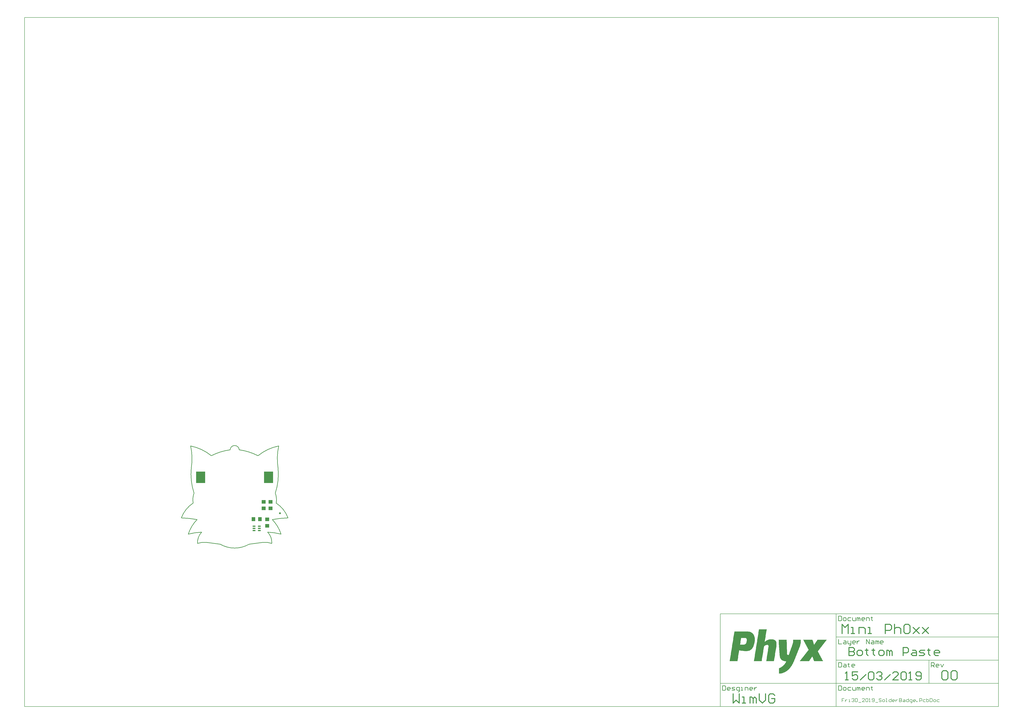
<source format=gbp>
G04*
G04 #@! TF.GenerationSoftware,Altium Limited,Altium Designer,18.1.9 (240)*
G04*
G04 Layer_Color=128*
%FSLAX25Y25*%
%MOIN*%
G70*
G01*
G75*
%ADD10C,0.00787*%
%ADD16C,0.00984*%
%ADD17C,0.01575*%
%ADD33R,0.07087X0.06299*%
%ADD34R,0.06299X0.07087*%
%ADD35R,0.04528X0.02362*%
%ADD36C,0.03150*%
%ADD37R,0.15748X0.19685*%
G36*
X872201Y-141778D02*
X873919D01*
Y-142065D01*
X874778D01*
Y-142351D01*
X875637D01*
Y-142637D01*
X876496D01*
Y-142924D01*
X877069D01*
Y-143210D01*
X877355D01*
Y-143496D01*
X877928D01*
Y-143783D01*
X878214D01*
Y-144069D01*
X878786D01*
Y-144355D01*
X879073D01*
Y-144641D01*
X879359D01*
Y-144928D01*
X879646D01*
Y-145214D01*
X879932D01*
Y-145501D01*
X880218D01*
Y-145787D01*
X880504D01*
Y-146073D01*
Y-146359D01*
X880791D01*
Y-146646D01*
X881077D01*
Y-146932D01*
Y-147218D01*
X881363D01*
Y-147505D01*
X881650D01*
Y-147791D01*
Y-148077D01*
X881936D01*
Y-148364D01*
Y-148650D01*
Y-148936D01*
X882222D01*
Y-149223D01*
Y-149509D01*
Y-149795D01*
X882509D01*
Y-150082D01*
Y-150368D01*
Y-150654D01*
Y-150940D01*
X882795D01*
Y-151227D01*
Y-151513D01*
Y-151799D01*
Y-152086D01*
Y-152372D01*
X883081D01*
Y-152658D01*
Y-152945D01*
Y-153231D01*
Y-153517D01*
Y-153804D01*
Y-154090D01*
Y-154376D01*
Y-154663D01*
Y-154949D01*
Y-155235D01*
Y-155521D01*
Y-155808D01*
Y-156094D01*
Y-156380D01*
Y-156667D01*
Y-156953D01*
Y-157239D01*
Y-157526D01*
Y-157812D01*
Y-158098D01*
X882795D01*
Y-158385D01*
Y-158671D01*
Y-158957D01*
Y-159244D01*
Y-159530D01*
Y-159816D01*
Y-160102D01*
X882509D01*
Y-160389D01*
Y-160675D01*
Y-160961D01*
Y-161248D01*
Y-161534D01*
X882222D01*
Y-161820D01*
Y-162107D01*
Y-162393D01*
Y-162679D01*
Y-162966D01*
X881936D01*
Y-163252D01*
Y-163538D01*
Y-163824D01*
X881650D01*
Y-164111D01*
Y-164397D01*
Y-164683D01*
Y-164970D01*
X881363D01*
Y-165256D01*
Y-165542D01*
Y-165829D01*
X881077D01*
Y-166115D01*
Y-166401D01*
X880791D01*
Y-166688D01*
Y-166974D01*
Y-167260D01*
X880504D01*
Y-167547D01*
Y-167833D01*
X880218D01*
Y-168119D01*
Y-168405D01*
X879932D01*
Y-168692D01*
Y-168978D01*
X879646D01*
Y-169264D01*
X879359D01*
Y-169551D01*
Y-169837D01*
X879073D01*
Y-170123D01*
X878786D01*
Y-170410D01*
X878500D01*
Y-170696D01*
Y-170982D01*
X878214D01*
Y-171269D01*
X877928D01*
Y-171555D01*
X877641D01*
Y-171841D01*
X877355D01*
Y-172127D01*
X877069D01*
Y-172414D01*
X876496D01*
Y-172700D01*
X876210D01*
Y-172986D01*
X875637D01*
Y-173273D01*
X875351D01*
Y-173559D01*
X874778D01*
Y-173845D01*
X873919D01*
Y-174132D01*
X873060D01*
Y-174418D01*
X872201D01*
Y-174704D01*
X870483D01*
Y-174991D01*
X865330D01*
Y-174704D01*
X862753D01*
Y-174418D01*
X860749D01*
Y-174132D01*
X859317D01*
Y-173845D01*
X857886D01*
Y-173559D01*
X856454D01*
Y-173845D01*
Y-174132D01*
Y-174418D01*
Y-174704D01*
Y-174991D01*
Y-175277D01*
Y-175563D01*
X856168D01*
Y-175850D01*
Y-176136D01*
Y-176422D01*
Y-176709D01*
Y-176995D01*
Y-177281D01*
X855882D01*
Y-177568D01*
Y-177854D01*
Y-178140D01*
Y-178426D01*
Y-178713D01*
Y-178999D01*
X855595D01*
Y-179285D01*
Y-179572D01*
Y-179858D01*
Y-180144D01*
Y-180431D01*
Y-180717D01*
Y-181003D01*
X855309D01*
Y-181290D01*
Y-181576D01*
Y-181862D01*
Y-182149D01*
Y-182435D01*
Y-182721D01*
X855023D01*
Y-183007D01*
Y-183294D01*
Y-183580D01*
Y-183866D01*
Y-184153D01*
Y-184439D01*
X854736D01*
Y-184725D01*
Y-185012D01*
Y-185298D01*
Y-185584D01*
Y-185871D01*
Y-186157D01*
Y-186443D01*
X854450D01*
Y-186730D01*
Y-187016D01*
Y-187302D01*
Y-187588D01*
Y-187875D01*
Y-188161D01*
X854164D01*
Y-188447D01*
Y-188734D01*
Y-189020D01*
Y-189306D01*
Y-189593D01*
Y-189879D01*
X853877D01*
Y-190165D01*
Y-190452D01*
Y-190738D01*
Y-191024D01*
Y-191311D01*
Y-191597D01*
Y-191883D01*
X840421D01*
Y-191597D01*
X840707D01*
Y-191311D01*
Y-191024D01*
Y-190738D01*
Y-190452D01*
Y-190165D01*
X840993D01*
Y-189879D01*
Y-189593D01*
Y-189306D01*
Y-189020D01*
Y-188734D01*
Y-188447D01*
Y-188161D01*
X841280D01*
Y-187875D01*
Y-187588D01*
Y-187302D01*
Y-187016D01*
Y-186730D01*
Y-186443D01*
X841566D01*
Y-186157D01*
Y-185871D01*
Y-185584D01*
Y-185298D01*
Y-185012D01*
Y-184725D01*
X841852D01*
Y-184439D01*
Y-184153D01*
Y-183866D01*
Y-183580D01*
Y-183294D01*
Y-183007D01*
Y-182721D01*
X842138D01*
Y-182435D01*
Y-182149D01*
Y-181862D01*
Y-181576D01*
Y-181290D01*
Y-181003D01*
X842425D01*
Y-180717D01*
Y-180431D01*
Y-180144D01*
Y-179858D01*
Y-179572D01*
Y-179285D01*
X842711D01*
Y-178999D01*
Y-178713D01*
Y-178426D01*
Y-178140D01*
Y-177854D01*
Y-177568D01*
X842997D01*
Y-177281D01*
Y-176995D01*
Y-176709D01*
Y-176422D01*
Y-176136D01*
Y-175850D01*
Y-175563D01*
X843284D01*
Y-175277D01*
Y-174991D01*
Y-174704D01*
Y-174418D01*
Y-174132D01*
Y-173845D01*
X843570D01*
Y-173559D01*
Y-173273D01*
Y-172986D01*
Y-172700D01*
Y-172414D01*
Y-172127D01*
X843856D01*
Y-171841D01*
Y-171555D01*
Y-171269D01*
Y-170982D01*
Y-170696D01*
Y-170410D01*
X844143D01*
Y-170123D01*
Y-169837D01*
Y-169551D01*
Y-169264D01*
Y-168978D01*
Y-168692D01*
Y-168405D01*
X844429D01*
Y-168119D01*
Y-167833D01*
Y-167547D01*
Y-167260D01*
Y-166974D01*
Y-166688D01*
X844715D01*
Y-166401D01*
Y-166115D01*
Y-165829D01*
Y-165542D01*
Y-165256D01*
Y-164970D01*
X845002D01*
Y-164683D01*
Y-164397D01*
Y-164111D01*
Y-163824D01*
Y-163538D01*
Y-163252D01*
Y-162966D01*
X845288D01*
Y-162679D01*
Y-162393D01*
Y-162107D01*
Y-161820D01*
Y-161534D01*
Y-161248D01*
X845574D01*
Y-160961D01*
Y-160675D01*
Y-160389D01*
Y-160102D01*
Y-159816D01*
Y-159530D01*
X845861D01*
Y-159244D01*
Y-158957D01*
Y-158671D01*
Y-158385D01*
Y-158098D01*
Y-157812D01*
X846147D01*
Y-157526D01*
Y-157239D01*
Y-156953D01*
Y-156667D01*
Y-156380D01*
Y-156094D01*
Y-155808D01*
X846433D01*
Y-155521D01*
Y-155235D01*
Y-154949D01*
Y-154663D01*
Y-154376D01*
Y-154090D01*
X846719D01*
Y-153804D01*
Y-153517D01*
Y-153231D01*
Y-152945D01*
Y-152658D01*
Y-152372D01*
X847006D01*
Y-152086D01*
Y-151799D01*
Y-151513D01*
Y-151227D01*
Y-150940D01*
Y-150654D01*
Y-150368D01*
X847292D01*
Y-150082D01*
Y-149795D01*
Y-149509D01*
Y-149223D01*
Y-148936D01*
Y-148650D01*
X847578D01*
Y-148364D01*
Y-148077D01*
Y-147791D01*
Y-147505D01*
Y-147218D01*
Y-146932D01*
X847865D01*
Y-146646D01*
Y-146359D01*
Y-146073D01*
Y-145787D01*
Y-145501D01*
Y-145214D01*
Y-144928D01*
X848151D01*
Y-144641D01*
Y-144355D01*
Y-144069D01*
Y-143783D01*
Y-143496D01*
Y-143210D01*
X848437D01*
Y-142924D01*
Y-142637D01*
Y-142351D01*
Y-142065D01*
Y-141778D01*
Y-141492D01*
X872201D01*
Y-141778D01*
D02*
G37*
G36*
X903409Y-138343D02*
Y-138629D01*
X903123D01*
Y-138915D01*
Y-139202D01*
Y-139488D01*
Y-139774D01*
Y-140060D01*
Y-140347D01*
X902837D01*
Y-140633D01*
Y-140919D01*
Y-141206D01*
Y-141492D01*
Y-141778D01*
Y-142065D01*
X902551D01*
Y-142351D01*
Y-142637D01*
Y-142924D01*
Y-143210D01*
Y-143496D01*
Y-143783D01*
Y-144069D01*
X902264D01*
Y-144355D01*
Y-144641D01*
Y-144928D01*
Y-145214D01*
Y-145501D01*
Y-145787D01*
X901978D01*
Y-146073D01*
Y-146359D01*
Y-146646D01*
Y-146932D01*
Y-147218D01*
Y-147505D01*
X901692D01*
Y-147791D01*
Y-148077D01*
Y-148364D01*
Y-148650D01*
Y-148936D01*
Y-149223D01*
Y-149509D01*
X901405D01*
Y-149795D01*
Y-150082D01*
Y-150368D01*
Y-150654D01*
Y-150940D01*
Y-151227D01*
X901119D01*
Y-151513D01*
Y-151799D01*
Y-152086D01*
Y-152372D01*
Y-152658D01*
Y-152945D01*
X900833D01*
Y-153231D01*
Y-153517D01*
Y-153804D01*
Y-154090D01*
Y-154376D01*
Y-154663D01*
X900546D01*
Y-154949D01*
Y-155235D01*
Y-155521D01*
Y-155808D01*
Y-156094D01*
Y-156380D01*
Y-156667D01*
X900260D01*
Y-156953D01*
Y-157239D01*
Y-157526D01*
Y-157812D01*
Y-158098D01*
Y-158385D01*
X899974D01*
Y-158671D01*
Y-158957D01*
X900546D01*
Y-158671D01*
X900833D01*
Y-158385D01*
X901119D01*
Y-158098D01*
X901692D01*
Y-157812D01*
X901978D01*
Y-157526D01*
X902264D01*
Y-157239D01*
X902837D01*
Y-156953D01*
X903409D01*
Y-156667D01*
X903696D01*
Y-156380D01*
X904268D01*
Y-156094D01*
X905127D01*
Y-155808D01*
X905700D01*
Y-155521D01*
X906559D01*
Y-155235D01*
X907990D01*
Y-154949D01*
X914289D01*
Y-155235D01*
X915435D01*
Y-155521D01*
X916294D01*
Y-155808D01*
X916866D01*
Y-156094D01*
X917153D01*
Y-156380D01*
X917725D01*
Y-156667D01*
X918011D01*
Y-156953D01*
X918298D01*
Y-157239D01*
X918584D01*
Y-157526D01*
X918870D01*
Y-157812D01*
Y-158098D01*
X919157D01*
Y-158385D01*
Y-158671D01*
X919443D01*
Y-158957D01*
Y-159244D01*
Y-159530D01*
X919729D01*
Y-159816D01*
Y-160102D01*
Y-160389D01*
Y-160675D01*
X920016D01*
Y-160961D01*
Y-161248D01*
Y-161534D01*
Y-161820D01*
Y-162107D01*
Y-162393D01*
Y-162679D01*
Y-162966D01*
Y-163252D01*
Y-163538D01*
Y-163824D01*
Y-164111D01*
Y-164397D01*
Y-164683D01*
Y-164970D01*
Y-165256D01*
Y-165542D01*
Y-165829D01*
X919729D01*
Y-166115D01*
Y-166401D01*
Y-166688D01*
Y-166974D01*
Y-167260D01*
Y-167547D01*
Y-167833D01*
X919443D01*
Y-168119D01*
Y-168405D01*
Y-168692D01*
Y-168978D01*
Y-169264D01*
Y-169551D01*
Y-169837D01*
X919157D01*
Y-170123D01*
Y-170410D01*
Y-170696D01*
Y-170982D01*
Y-171269D01*
Y-171555D01*
X918870D01*
Y-171841D01*
Y-172127D01*
Y-172414D01*
Y-172700D01*
Y-172986D01*
Y-173273D01*
X918584D01*
Y-173559D01*
Y-173845D01*
Y-174132D01*
Y-174418D01*
Y-174704D01*
Y-174991D01*
X918298D01*
Y-175277D01*
Y-175563D01*
Y-175850D01*
Y-176136D01*
Y-176422D01*
Y-176709D01*
Y-176995D01*
X918011D01*
Y-177281D01*
Y-177568D01*
Y-177854D01*
Y-178140D01*
Y-178426D01*
Y-178713D01*
X917725D01*
Y-178999D01*
Y-179285D01*
Y-179572D01*
Y-179858D01*
Y-180144D01*
Y-180431D01*
X917439D01*
Y-180717D01*
Y-181003D01*
Y-181290D01*
Y-181576D01*
Y-181862D01*
Y-182149D01*
Y-182435D01*
X917153D01*
Y-182721D01*
Y-183007D01*
Y-183294D01*
Y-183580D01*
Y-183866D01*
Y-184153D01*
X916866D01*
Y-184439D01*
Y-184725D01*
Y-185012D01*
Y-185298D01*
Y-185584D01*
Y-185871D01*
X916580D01*
Y-186157D01*
Y-186443D01*
Y-186730D01*
Y-187016D01*
Y-187302D01*
Y-187588D01*
X916294D01*
Y-187875D01*
Y-188161D01*
Y-188447D01*
Y-188734D01*
Y-189020D01*
Y-189306D01*
Y-189593D01*
X916007D01*
Y-189879D01*
Y-190165D01*
Y-190452D01*
Y-190738D01*
Y-191024D01*
Y-191311D01*
X915721D01*
Y-191597D01*
Y-191883D01*
X902551D01*
Y-191597D01*
Y-191311D01*
X902837D01*
Y-191024D01*
Y-190738D01*
Y-190452D01*
Y-190165D01*
Y-189879D01*
Y-189593D01*
X903123D01*
Y-189306D01*
Y-189020D01*
Y-188734D01*
Y-188447D01*
Y-188161D01*
Y-187875D01*
Y-187588D01*
X903409D01*
Y-187302D01*
Y-187016D01*
Y-186730D01*
Y-186443D01*
Y-186157D01*
Y-185871D01*
X903696D01*
Y-185584D01*
Y-185298D01*
Y-185012D01*
Y-184725D01*
Y-184439D01*
Y-184153D01*
X903982D01*
Y-183866D01*
Y-183580D01*
Y-183294D01*
Y-183007D01*
Y-182721D01*
Y-182435D01*
Y-182149D01*
X904268D01*
Y-181862D01*
Y-181576D01*
Y-181290D01*
Y-181003D01*
Y-180717D01*
Y-180431D01*
X904555D01*
Y-180144D01*
Y-179858D01*
Y-179572D01*
Y-179285D01*
Y-178999D01*
Y-178713D01*
Y-178426D01*
X904841D01*
Y-178140D01*
Y-177854D01*
Y-177568D01*
Y-177281D01*
Y-176995D01*
Y-176709D01*
X905127D01*
Y-176422D01*
Y-176136D01*
Y-175850D01*
Y-175563D01*
Y-175277D01*
Y-174991D01*
X905414D01*
Y-174704D01*
Y-174418D01*
Y-174132D01*
Y-173845D01*
Y-173559D01*
Y-173273D01*
X905700D01*
Y-172986D01*
Y-172700D01*
Y-172414D01*
Y-172127D01*
Y-171841D01*
Y-171555D01*
Y-171269D01*
X905986D01*
Y-170982D01*
Y-170696D01*
Y-170410D01*
Y-170123D01*
Y-169837D01*
Y-169551D01*
X906273D01*
Y-169264D01*
Y-168978D01*
Y-168692D01*
Y-168405D01*
Y-168119D01*
Y-167833D01*
Y-167547D01*
X906559D01*
Y-167260D01*
Y-166974D01*
Y-166688D01*
Y-166401D01*
Y-166115D01*
Y-165829D01*
X906273D01*
Y-165542D01*
Y-165256D01*
X905986D01*
Y-164970D01*
X905700D01*
Y-164683D01*
X905127D01*
Y-164397D01*
X903409D01*
Y-164683D01*
X901978D01*
Y-164970D01*
X901119D01*
Y-165256D01*
X900546D01*
Y-165542D01*
X900260D01*
Y-165829D01*
X899687D01*
Y-166115D01*
X899401D01*
Y-166401D01*
X899115D01*
Y-166688D01*
Y-166974D01*
X898828D01*
Y-167260D01*
Y-167547D01*
Y-167833D01*
X898542D01*
Y-168119D01*
Y-168405D01*
Y-168692D01*
Y-168978D01*
Y-169264D01*
Y-169551D01*
X898256D01*
Y-169837D01*
Y-170123D01*
Y-170410D01*
Y-170696D01*
Y-170982D01*
Y-171269D01*
Y-171555D01*
X897970D01*
Y-171841D01*
Y-172127D01*
Y-172414D01*
Y-172700D01*
Y-172986D01*
Y-173273D01*
X897683D01*
Y-173559D01*
Y-173845D01*
Y-174132D01*
Y-174418D01*
Y-174704D01*
Y-174991D01*
X897397D01*
Y-175277D01*
Y-175563D01*
Y-175850D01*
Y-176136D01*
Y-176422D01*
Y-176709D01*
X897111D01*
Y-176995D01*
Y-177281D01*
Y-177568D01*
Y-177854D01*
Y-178140D01*
Y-178426D01*
Y-178713D01*
X896824D01*
Y-178999D01*
Y-179285D01*
Y-179572D01*
Y-179858D01*
Y-180144D01*
Y-180431D01*
X896538D01*
Y-180717D01*
Y-181003D01*
Y-181290D01*
Y-181576D01*
Y-181862D01*
Y-182149D01*
X896252D01*
Y-182435D01*
Y-182721D01*
Y-183007D01*
Y-183294D01*
Y-183580D01*
Y-183866D01*
Y-184153D01*
X895965D01*
Y-184439D01*
Y-184725D01*
Y-185012D01*
Y-185298D01*
Y-185584D01*
Y-185871D01*
X895679D01*
Y-186157D01*
Y-186443D01*
Y-186730D01*
Y-187016D01*
Y-187302D01*
Y-187588D01*
X895393D01*
Y-187875D01*
Y-188161D01*
Y-188447D01*
Y-188734D01*
Y-189020D01*
Y-189306D01*
X895106D01*
Y-189593D01*
Y-189879D01*
Y-190165D01*
Y-190452D01*
Y-190738D01*
Y-191024D01*
Y-191311D01*
X894820D01*
Y-191597D01*
Y-191883D01*
X881650D01*
Y-191597D01*
Y-191311D01*
X881936D01*
Y-191024D01*
Y-190738D01*
Y-190452D01*
Y-190165D01*
Y-189879D01*
Y-189593D01*
Y-189306D01*
X882222D01*
Y-189020D01*
Y-188734D01*
Y-188447D01*
Y-188161D01*
Y-187875D01*
Y-187588D01*
X882509D01*
Y-187302D01*
Y-187016D01*
Y-186730D01*
Y-186443D01*
Y-186157D01*
Y-185871D01*
X882795D01*
Y-185584D01*
Y-185298D01*
Y-185012D01*
Y-184725D01*
Y-184439D01*
Y-184153D01*
Y-183866D01*
X883081D01*
Y-183580D01*
Y-183294D01*
Y-183007D01*
Y-182721D01*
Y-182435D01*
Y-182149D01*
X883368D01*
Y-181862D01*
Y-181576D01*
Y-181290D01*
Y-181003D01*
Y-180717D01*
Y-180431D01*
X883654D01*
Y-180144D01*
Y-179858D01*
Y-179572D01*
Y-179285D01*
Y-178999D01*
Y-178713D01*
X883940D01*
Y-178426D01*
Y-178140D01*
Y-177854D01*
Y-177568D01*
Y-177281D01*
Y-176995D01*
Y-176709D01*
X884227D01*
Y-176422D01*
Y-176136D01*
Y-175850D01*
Y-175563D01*
Y-175277D01*
Y-174991D01*
X884513D01*
Y-174704D01*
Y-174418D01*
Y-174132D01*
Y-173845D01*
Y-173559D01*
Y-173273D01*
X884799D01*
Y-172986D01*
Y-172700D01*
Y-172414D01*
Y-172127D01*
Y-171841D01*
Y-171555D01*
Y-171269D01*
X885085D01*
Y-170982D01*
Y-170696D01*
Y-170410D01*
Y-170123D01*
Y-169837D01*
Y-169551D01*
X885372D01*
Y-169264D01*
Y-168978D01*
Y-168692D01*
Y-168405D01*
Y-168119D01*
Y-167833D01*
X885658D01*
Y-167547D01*
Y-167260D01*
Y-166974D01*
Y-166688D01*
Y-166401D01*
Y-166115D01*
X885944D01*
Y-165829D01*
Y-165542D01*
Y-165256D01*
Y-164970D01*
Y-164683D01*
Y-164397D01*
Y-164111D01*
X886231D01*
Y-163824D01*
Y-163538D01*
Y-163252D01*
Y-162966D01*
Y-162679D01*
Y-162393D01*
X886517D01*
Y-162107D01*
Y-161820D01*
Y-161534D01*
Y-161248D01*
Y-160961D01*
Y-160675D01*
X886803D01*
Y-160389D01*
Y-160102D01*
Y-159816D01*
Y-159530D01*
Y-159244D01*
Y-158957D01*
X887090D01*
Y-158671D01*
Y-158385D01*
Y-158098D01*
Y-157812D01*
Y-157526D01*
Y-157239D01*
Y-156953D01*
X887376D01*
Y-156667D01*
Y-156380D01*
Y-156094D01*
Y-155808D01*
Y-155521D01*
Y-155235D01*
X887662D01*
Y-154949D01*
Y-154663D01*
Y-154376D01*
Y-154090D01*
Y-153804D01*
Y-153517D01*
X887949D01*
Y-153231D01*
Y-152945D01*
Y-152658D01*
Y-152372D01*
Y-152086D01*
Y-151799D01*
Y-151513D01*
X888235D01*
Y-151227D01*
Y-150940D01*
Y-150654D01*
Y-150368D01*
Y-150082D01*
Y-149795D01*
X888521D01*
Y-149509D01*
Y-149223D01*
Y-148936D01*
Y-148650D01*
Y-148364D01*
Y-148077D01*
X888807D01*
Y-147791D01*
Y-147505D01*
Y-147218D01*
Y-146932D01*
Y-146646D01*
Y-146359D01*
X889094D01*
Y-146073D01*
Y-145787D01*
Y-145501D01*
Y-145214D01*
Y-144928D01*
Y-144641D01*
Y-144355D01*
X889380D01*
Y-144069D01*
Y-143783D01*
Y-143496D01*
Y-143210D01*
Y-142924D01*
Y-142637D01*
X889666D01*
Y-142351D01*
Y-142065D01*
Y-141778D01*
Y-141492D01*
Y-141206D01*
Y-140919D01*
X889953D01*
Y-140633D01*
Y-140347D01*
Y-140060D01*
Y-139774D01*
Y-139488D01*
Y-139202D01*
Y-138915D01*
X890239D01*
Y-138629D01*
Y-138343D01*
Y-138056D01*
X903409D01*
Y-138343D01*
D02*
G37*
G36*
X1005337Y-155808D02*
X1005050D01*
Y-156094D01*
X1004764D01*
Y-156380D01*
Y-156667D01*
X1004478D01*
Y-156953D01*
X1004192D01*
Y-157239D01*
X1003905D01*
Y-157526D01*
Y-157812D01*
X1003619D01*
Y-158098D01*
X1003333D01*
Y-158385D01*
X1003046D01*
Y-158671D01*
X1002760D01*
Y-158957D01*
Y-159244D01*
X1002474D01*
Y-159530D01*
X1002187D01*
Y-159816D01*
X1001901D01*
Y-160102D01*
Y-160389D01*
X1001615D01*
Y-160675D01*
X1001328D01*
Y-160961D01*
X1001042D01*
Y-161248D01*
X1000756D01*
Y-161534D01*
Y-161820D01*
X1000469D01*
Y-162107D01*
X1000183D01*
Y-162393D01*
X999897D01*
Y-162679D01*
Y-162966D01*
X999611D01*
Y-163252D01*
X999324D01*
Y-163538D01*
X999038D01*
Y-163824D01*
Y-164111D01*
X998752D01*
Y-164397D01*
X998465D01*
Y-164683D01*
X998179D01*
Y-164970D01*
X997893D01*
Y-165256D01*
Y-165542D01*
X997606D01*
Y-165829D01*
X997320D01*
Y-166115D01*
X997034D01*
Y-166401D01*
Y-166688D01*
X996747D01*
Y-166974D01*
X996461D01*
Y-167260D01*
X996175D01*
Y-167547D01*
Y-167833D01*
X995889D01*
Y-168119D01*
X995602D01*
Y-168405D01*
X995316D01*
Y-168692D01*
X995030D01*
Y-168978D01*
Y-169264D01*
X994743D01*
Y-169551D01*
X994457D01*
Y-169837D01*
X994171D01*
Y-170123D01*
Y-170410D01*
X993884D01*
Y-170696D01*
X993598D01*
Y-170982D01*
X993312D01*
Y-171269D01*
Y-171555D01*
X993025D01*
Y-171841D01*
X992739D01*
Y-172127D01*
X992453D01*
Y-172414D01*
X992166D01*
Y-172700D01*
Y-172986D01*
X991880D01*
Y-173273D01*
X991594D01*
Y-173559D01*
X991308D01*
Y-173845D01*
Y-174132D01*
X991021D01*
Y-174418D01*
X990735D01*
Y-174704D01*
X990449D01*
Y-174991D01*
X990162D01*
Y-175277D01*
Y-175563D01*
X990449D01*
Y-175850D01*
Y-176136D01*
X990735D01*
Y-176422D01*
Y-176709D01*
X991021D01*
Y-176995D01*
X991308D01*
Y-177281D01*
Y-177568D01*
X991594D01*
Y-177854D01*
Y-178140D01*
X991880D01*
Y-178426D01*
Y-178713D01*
X992166D01*
Y-178999D01*
Y-179285D01*
X992453D01*
Y-179572D01*
Y-179858D01*
X992739D01*
Y-180144D01*
Y-180431D01*
X993025D01*
Y-180717D01*
Y-181003D01*
X993312D01*
Y-181290D01*
Y-181576D01*
X993598D01*
Y-181862D01*
X993884D01*
Y-182149D01*
Y-182435D01*
X994171D01*
Y-182721D01*
Y-183007D01*
X994457D01*
Y-183294D01*
Y-183580D01*
X994743D01*
Y-183866D01*
Y-184153D01*
X995030D01*
Y-184439D01*
Y-184725D01*
X995316D01*
Y-185012D01*
Y-185298D01*
X995602D01*
Y-185584D01*
Y-185871D01*
X995889D01*
Y-186157D01*
X996175D01*
Y-186443D01*
Y-186730D01*
X996461D01*
Y-187016D01*
Y-187302D01*
X996747D01*
Y-187588D01*
Y-187875D01*
X997034D01*
Y-188161D01*
Y-188447D01*
X997320D01*
Y-188734D01*
Y-189020D01*
X997606D01*
Y-189306D01*
Y-189593D01*
X997893D01*
Y-189879D01*
Y-190165D01*
X998179D01*
Y-190452D01*
X998465D01*
Y-190738D01*
Y-191024D01*
X998752D01*
Y-191311D01*
Y-191597D01*
X999038D01*
Y-191883D01*
X983863D01*
Y-191597D01*
X983577D01*
Y-191311D01*
Y-191024D01*
Y-190738D01*
X983291D01*
Y-190452D01*
Y-190165D01*
Y-189879D01*
X983004D01*
Y-189593D01*
Y-189306D01*
X982718D01*
Y-189020D01*
Y-188734D01*
Y-188447D01*
X982432D01*
Y-188161D01*
Y-187875D01*
Y-187588D01*
X982146D01*
Y-187302D01*
Y-187016D01*
X981859D01*
Y-186730D01*
Y-186443D01*
Y-186157D01*
X981573D01*
Y-185871D01*
Y-185584D01*
Y-185298D01*
X981287D01*
Y-185012D01*
Y-184725D01*
Y-184439D01*
X981000D01*
Y-184153D01*
X980428D01*
Y-184439D01*
Y-184725D01*
X980141D01*
Y-185012D01*
X979855D01*
Y-185298D01*
Y-185584D01*
X979569D01*
Y-185871D01*
X979282D01*
Y-186157D01*
Y-186443D01*
X978996D01*
Y-186730D01*
X978710D01*
Y-187016D01*
Y-187302D01*
X978423D01*
Y-187588D01*
X978137D01*
Y-187875D01*
X977851D01*
Y-188161D01*
Y-188447D01*
X977565D01*
Y-188734D01*
X977278D01*
Y-189020D01*
Y-189306D01*
X976992D01*
Y-189593D01*
X976705D01*
Y-189879D01*
Y-190165D01*
X976419D01*
Y-190452D01*
X976133D01*
Y-190738D01*
Y-191024D01*
X975847D01*
Y-191311D01*
X975560D01*
Y-191597D01*
Y-191883D01*
X959527D01*
Y-191597D01*
X959813D01*
Y-191311D01*
X960099D01*
Y-191024D01*
X960386D01*
Y-190738D01*
X960672D01*
Y-190452D01*
Y-190165D01*
X960958D01*
Y-189879D01*
X961245D01*
Y-189593D01*
X961531D01*
Y-189306D01*
X961817D01*
Y-189020D01*
Y-188734D01*
X962104D01*
Y-188447D01*
X962390D01*
Y-188161D01*
X962676D01*
Y-187875D01*
Y-187588D01*
X962963D01*
Y-187302D01*
X963249D01*
Y-187016D01*
X963535D01*
Y-186730D01*
X963822D01*
Y-186443D01*
Y-186157D01*
X964108D01*
Y-185871D01*
X964394D01*
Y-185584D01*
X964680D01*
Y-185298D01*
X964967D01*
Y-185012D01*
Y-184725D01*
X965253D01*
Y-184439D01*
X965539D01*
Y-184153D01*
X965826D01*
Y-183866D01*
Y-183580D01*
X966112D01*
Y-183294D01*
X966398D01*
Y-183007D01*
X966685D01*
Y-182721D01*
X966971D01*
Y-182435D01*
Y-182149D01*
X967257D01*
Y-181862D01*
X967544D01*
Y-181576D01*
X967830D01*
Y-181290D01*
Y-181003D01*
X968116D01*
Y-180717D01*
X968402D01*
Y-180431D01*
X968689D01*
Y-180144D01*
X968975D01*
Y-179858D01*
Y-179572D01*
X969261D01*
Y-179285D01*
X969548D01*
Y-178999D01*
X969834D01*
Y-178713D01*
Y-178426D01*
X970120D01*
Y-178140D01*
X970407D01*
Y-177854D01*
X970693D01*
Y-177568D01*
X970979D01*
Y-177281D01*
Y-176995D01*
X971266D01*
Y-176709D01*
X971552D01*
Y-176422D01*
X971838D01*
Y-176136D01*
X972124D01*
Y-175850D01*
Y-175563D01*
X972411D01*
Y-175277D01*
X972697D01*
Y-174991D01*
X972983D01*
Y-174704D01*
Y-174418D01*
X973270D01*
Y-174132D01*
X973556D01*
Y-173845D01*
X973842D01*
Y-173559D01*
X974129D01*
Y-173273D01*
Y-172986D01*
X974415D01*
Y-172700D01*
Y-172414D01*
Y-172127D01*
X974129D01*
Y-171841D01*
X973842D01*
Y-171555D01*
Y-171269D01*
X973556D01*
Y-170982D01*
Y-170696D01*
X973270D01*
Y-170410D01*
Y-170123D01*
X972983D01*
Y-169837D01*
Y-169551D01*
X972697D01*
Y-169264D01*
Y-168978D01*
X972411D01*
Y-168692D01*
Y-168405D01*
X972124D01*
Y-168119D01*
X971838D01*
Y-167833D01*
Y-167547D01*
X971552D01*
Y-167260D01*
Y-166974D01*
X971266D01*
Y-166688D01*
Y-166401D01*
X970979D01*
Y-166115D01*
Y-165829D01*
X970693D01*
Y-165542D01*
Y-165256D01*
X970407D01*
Y-164970D01*
Y-164683D01*
X970120D01*
Y-164397D01*
X969834D01*
Y-164111D01*
Y-163824D01*
X969548D01*
Y-163538D01*
Y-163252D01*
X969261D01*
Y-162966D01*
Y-162679D01*
X968975D01*
Y-162393D01*
Y-162107D01*
X968689D01*
Y-161820D01*
Y-161534D01*
X968402D01*
Y-161248D01*
Y-160961D01*
X968116D01*
Y-160675D01*
Y-160389D01*
X967830D01*
Y-160102D01*
X967544D01*
Y-159816D01*
Y-159530D01*
X967257D01*
Y-159244D01*
Y-158957D01*
X966971D01*
Y-158671D01*
Y-158385D01*
X966685D01*
Y-158098D01*
Y-157812D01*
X966398D01*
Y-157526D01*
Y-157239D01*
X966112D01*
Y-156953D01*
Y-156667D01*
X965826D01*
Y-156380D01*
X965539D01*
Y-156094D01*
Y-155808D01*
X965253D01*
Y-155521D01*
X981000D01*
Y-155808D01*
X981287D01*
Y-156094D01*
Y-156380D01*
Y-156667D01*
X981573D01*
Y-156953D01*
Y-157239D01*
Y-157526D01*
X981859D01*
Y-157812D01*
Y-158098D01*
Y-158385D01*
X982146D01*
Y-158671D01*
Y-158957D01*
Y-159244D01*
X982432D01*
Y-159530D01*
Y-159816D01*
Y-160102D01*
X982718D01*
Y-160389D01*
Y-160675D01*
Y-160961D01*
X983004D01*
Y-161248D01*
Y-161534D01*
Y-161820D01*
X983291D01*
Y-162107D01*
Y-162393D01*
Y-162679D01*
X983577D01*
Y-162966D01*
Y-163252D01*
Y-163538D01*
Y-163824D01*
X984150D01*
Y-163538D01*
X984436D01*
Y-163252D01*
X984722D01*
Y-162966D01*
Y-162679D01*
X985009D01*
Y-162393D01*
X985295D01*
Y-162107D01*
Y-161820D01*
X985581D01*
Y-161534D01*
X985868D01*
Y-161248D01*
Y-160961D01*
X986154D01*
Y-160675D01*
X986440D01*
Y-160389D01*
Y-160102D01*
X986726D01*
Y-159816D01*
X987013D01*
Y-159530D01*
Y-159244D01*
X987299D01*
Y-158957D01*
X987585D01*
Y-158671D01*
Y-158385D01*
X987872D01*
Y-158098D01*
X988158D01*
Y-157812D01*
Y-157526D01*
X988444D01*
Y-157239D01*
X988731D01*
Y-156953D01*
Y-156667D01*
X989017D01*
Y-156380D01*
X989303D01*
Y-156094D01*
Y-155808D01*
X989590D01*
Y-155521D01*
X1005337D01*
Y-155808D01*
D02*
G37*
G36*
X961245D02*
Y-156094D01*
Y-156380D01*
Y-156667D01*
Y-156953D01*
Y-157239D01*
Y-157526D01*
Y-157812D01*
Y-158098D01*
Y-158385D01*
Y-158671D01*
Y-158957D01*
Y-159244D01*
Y-159530D01*
Y-159816D01*
Y-160102D01*
Y-160389D01*
Y-160675D01*
Y-160961D01*
Y-161248D01*
Y-161534D01*
X960958D01*
Y-161820D01*
Y-162107D01*
Y-162393D01*
Y-162679D01*
Y-162966D01*
X960672D01*
Y-163252D01*
Y-163538D01*
Y-163824D01*
Y-164111D01*
X960386D01*
Y-164397D01*
Y-164683D01*
Y-164970D01*
Y-165256D01*
X960099D01*
Y-165542D01*
Y-165829D01*
Y-166115D01*
X959813D01*
Y-166401D01*
Y-166688D01*
Y-166974D01*
X959527D01*
Y-167260D01*
Y-167547D01*
Y-167833D01*
X959241D01*
Y-168119D01*
Y-168405D01*
Y-168692D01*
X958954D01*
Y-168978D01*
Y-169264D01*
X958668D01*
Y-169551D01*
Y-169837D01*
X958381D01*
Y-170123D01*
Y-170410D01*
Y-170696D01*
X958095D01*
Y-170982D01*
Y-171269D01*
X957809D01*
Y-171555D01*
Y-171841D01*
Y-172127D01*
X957523D01*
Y-172414D01*
Y-172700D01*
X957236D01*
Y-172986D01*
Y-173273D01*
Y-173559D01*
X956950D01*
Y-173845D01*
Y-174132D01*
X956664D01*
Y-174418D01*
Y-174704D01*
Y-174991D01*
X956377D01*
Y-175277D01*
Y-175563D01*
X956091D01*
Y-175850D01*
Y-176136D01*
Y-176422D01*
X955805D01*
Y-176709D01*
Y-176995D01*
X955518D01*
Y-177281D01*
Y-177568D01*
Y-177854D01*
X955232D01*
Y-178140D01*
Y-178426D01*
X954946D01*
Y-178713D01*
Y-178999D01*
Y-179285D01*
X954659D01*
Y-179572D01*
Y-179858D01*
X954373D01*
Y-180144D01*
Y-180431D01*
Y-180717D01*
X954087D01*
Y-181003D01*
Y-181290D01*
X953800D01*
Y-181576D01*
Y-181862D01*
Y-182149D01*
X953514D01*
Y-182435D01*
Y-182721D01*
X953228D01*
Y-183007D01*
Y-183294D01*
Y-183580D01*
X952942D01*
Y-183866D01*
Y-184153D01*
X952655D01*
Y-184439D01*
Y-184725D01*
Y-185012D01*
X952369D01*
Y-185298D01*
Y-185584D01*
X952083D01*
Y-185871D01*
Y-186157D01*
Y-186443D01*
X951796D01*
Y-186730D01*
Y-187016D01*
X951510D01*
Y-187302D01*
Y-187588D01*
Y-187875D01*
X951224D01*
Y-188161D01*
Y-188447D01*
X950937D01*
Y-188734D01*
Y-189020D01*
Y-189306D01*
X950651D01*
Y-189593D01*
Y-189879D01*
X950365D01*
Y-190165D01*
Y-190452D01*
Y-190738D01*
X950078D01*
Y-191024D01*
Y-191311D01*
X949792D01*
Y-191597D01*
Y-191883D01*
Y-192169D01*
X949506D01*
Y-192456D01*
Y-192742D01*
X949220D01*
Y-193028D01*
Y-193315D01*
X948933D01*
Y-193601D01*
Y-193887D01*
X948647D01*
Y-194174D01*
Y-194460D01*
Y-194746D01*
X948361D01*
Y-195033D01*
X948074D01*
Y-195319D01*
Y-195605D01*
Y-195891D01*
X947788D01*
Y-196178D01*
X947502D01*
Y-196464D01*
Y-196750D01*
X947215D01*
Y-197037D01*
Y-197323D01*
X946929D01*
Y-197609D01*
Y-197896D01*
X946643D01*
Y-198182D01*
Y-198468D01*
X946356D01*
Y-198755D01*
X946070D01*
Y-199041D01*
Y-199327D01*
X945784D01*
Y-199614D01*
Y-199900D01*
X945497D01*
Y-200186D01*
X945211D01*
Y-200472D01*
X944925D01*
Y-200759D01*
Y-201045D01*
X944639D01*
Y-201331D01*
X944352D01*
Y-201618D01*
Y-201904D01*
X944066D01*
Y-202190D01*
X943780D01*
Y-202477D01*
X943493D01*
Y-202763D01*
Y-203049D01*
X943207D01*
Y-203336D01*
X942921D01*
Y-203622D01*
X942634D01*
Y-203908D01*
X942348D01*
Y-204195D01*
X942062D01*
Y-204481D01*
Y-204767D01*
X941775D01*
Y-205053D01*
X941489D01*
Y-205340D01*
X941203D01*
Y-205626D01*
X940916D01*
Y-205912D01*
X940630D01*
Y-206199D01*
X940344D01*
Y-206485D01*
X940057D01*
Y-206771D01*
X939485D01*
Y-207058D01*
X939199D01*
Y-207344D01*
X938912D01*
Y-207630D01*
X938626D01*
Y-207917D01*
X938340D01*
Y-208203D01*
X937767D01*
Y-208489D01*
X937481D01*
Y-208776D01*
X936908D01*
Y-209062D01*
X936622D01*
Y-209348D01*
X936049D01*
Y-209634D01*
X935763D01*
Y-209921D01*
X935190D01*
Y-210207D01*
X934618D01*
Y-210493D01*
X934045D01*
Y-210780D01*
X933472D01*
Y-211066D01*
X932900D01*
Y-211352D01*
X932041D01*
Y-211639D01*
X931468D01*
Y-211925D01*
X930609D01*
Y-212211D01*
X929464D01*
Y-212498D01*
X928319D01*
Y-212784D01*
X926601D01*
Y-213070D01*
X924597D01*
Y-213357D01*
X924310D01*
Y-213070D01*
Y-212784D01*
Y-212498D01*
Y-212211D01*
Y-211925D01*
Y-211639D01*
Y-211352D01*
Y-211066D01*
Y-210780D01*
Y-210493D01*
Y-210207D01*
Y-209921D01*
Y-209634D01*
Y-209348D01*
Y-209062D01*
Y-208776D01*
Y-208489D01*
Y-208203D01*
Y-207917D01*
Y-207630D01*
Y-207344D01*
Y-207058D01*
Y-206771D01*
Y-206485D01*
Y-206199D01*
Y-205912D01*
Y-205626D01*
Y-205340D01*
Y-205053D01*
Y-204767D01*
Y-204481D01*
Y-204195D01*
Y-203908D01*
X924883D01*
Y-203622D01*
X925455D01*
Y-203336D01*
X926028D01*
Y-203049D01*
X926601D01*
Y-202763D01*
X927173D01*
Y-202477D01*
X927746D01*
Y-202190D01*
X928032D01*
Y-201904D01*
X928605D01*
Y-201618D01*
X928891D01*
Y-201331D01*
X929464D01*
Y-201045D01*
X929750D01*
Y-200759D01*
X930037D01*
Y-200472D01*
X930609D01*
Y-200186D01*
X930896D01*
Y-199900D01*
X931182D01*
Y-199614D01*
X931468D01*
Y-199327D01*
X931754D01*
Y-199041D01*
X932041D01*
Y-198755D01*
X932327D01*
Y-198468D01*
X932613D01*
Y-198182D01*
X932900D01*
Y-197896D01*
X933186D01*
Y-197609D01*
X933472D01*
Y-197323D01*
X933759D01*
Y-197037D01*
Y-196750D01*
X934045D01*
Y-196464D01*
X934331D01*
Y-196178D01*
X934618D01*
Y-195891D01*
Y-195605D01*
X934904D01*
Y-195319D01*
X935190D01*
Y-195033D01*
Y-194746D01*
X935476D01*
Y-194460D01*
Y-194174D01*
X935763D01*
Y-193887D01*
X936049D01*
Y-193601D01*
Y-193315D01*
X936335D01*
Y-193028D01*
Y-192742D01*
X936622D01*
Y-192456D01*
Y-192169D01*
X934904D01*
Y-191883D01*
X932900D01*
Y-191597D01*
X931754D01*
Y-191311D01*
X931182D01*
Y-191024D01*
X930323D01*
Y-190738D01*
X929750D01*
Y-190452D01*
X929464D01*
Y-190165D01*
X928891D01*
Y-189879D01*
X928605D01*
Y-189593D01*
X928319D01*
Y-189306D01*
X928032D01*
Y-189020D01*
X927746D01*
Y-188734D01*
X927460D01*
Y-188447D01*
Y-188161D01*
X927173D01*
Y-187875D01*
X926887D01*
Y-187588D01*
Y-187302D01*
X926601D01*
Y-187016D01*
Y-186730D01*
X926315D01*
Y-186443D01*
Y-186157D01*
X926028D01*
Y-185871D01*
Y-185584D01*
Y-185298D01*
X925742D01*
Y-185012D01*
Y-184725D01*
Y-184439D01*
Y-184153D01*
X925455D01*
Y-183866D01*
Y-183580D01*
Y-183294D01*
Y-183007D01*
Y-182721D01*
Y-182435D01*
Y-182149D01*
X925169D01*
Y-181862D01*
Y-181576D01*
Y-181290D01*
Y-181003D01*
Y-180717D01*
Y-180431D01*
Y-180144D01*
Y-179858D01*
Y-179572D01*
Y-179285D01*
Y-178999D01*
Y-178713D01*
Y-178426D01*
Y-178140D01*
Y-177854D01*
X924883D01*
Y-177568D01*
Y-177281D01*
Y-176995D01*
Y-176709D01*
Y-176422D01*
Y-176136D01*
Y-175850D01*
Y-175563D01*
Y-175277D01*
Y-174991D01*
Y-174704D01*
Y-174418D01*
Y-174132D01*
Y-173845D01*
Y-173559D01*
X924597D01*
Y-173273D01*
Y-172986D01*
Y-172700D01*
Y-172414D01*
Y-172127D01*
Y-171841D01*
Y-171555D01*
Y-171269D01*
Y-170982D01*
Y-170696D01*
Y-170410D01*
Y-170123D01*
Y-169837D01*
Y-169551D01*
Y-169264D01*
Y-168978D01*
X924310D01*
Y-168692D01*
Y-168405D01*
Y-168119D01*
Y-167833D01*
Y-167547D01*
Y-167260D01*
Y-166974D01*
Y-166688D01*
Y-166401D01*
Y-166115D01*
Y-165829D01*
Y-165542D01*
Y-165256D01*
Y-164970D01*
Y-164683D01*
Y-164397D01*
X924024D01*
Y-164111D01*
Y-163824D01*
Y-163538D01*
Y-163252D01*
Y-162966D01*
Y-162679D01*
Y-162393D01*
Y-162107D01*
Y-161820D01*
Y-161534D01*
Y-161248D01*
Y-160961D01*
Y-160675D01*
Y-160389D01*
X923738D01*
Y-160102D01*
Y-159816D01*
Y-159530D01*
Y-159244D01*
Y-158957D01*
Y-158671D01*
Y-158385D01*
Y-158098D01*
Y-157812D01*
Y-157526D01*
Y-157239D01*
Y-156953D01*
Y-156667D01*
Y-156380D01*
Y-156094D01*
Y-155808D01*
X923451D01*
Y-155521D01*
X937194D01*
Y-155808D01*
Y-156094D01*
Y-156380D01*
Y-156667D01*
Y-156953D01*
Y-157239D01*
Y-157526D01*
Y-157812D01*
Y-158098D01*
Y-158385D01*
Y-158671D01*
Y-158957D01*
Y-159244D01*
Y-159530D01*
X937481D01*
Y-159816D01*
Y-160102D01*
Y-160389D01*
Y-160675D01*
Y-160961D01*
Y-161248D01*
Y-161534D01*
Y-161820D01*
Y-162107D01*
Y-162393D01*
Y-162679D01*
Y-162966D01*
Y-163252D01*
Y-163538D01*
Y-163824D01*
Y-164111D01*
Y-164397D01*
Y-164683D01*
Y-164970D01*
Y-165256D01*
Y-165542D01*
Y-165829D01*
Y-166115D01*
Y-166401D01*
Y-166688D01*
Y-166974D01*
Y-167260D01*
Y-167547D01*
Y-167833D01*
Y-168119D01*
Y-168405D01*
Y-168692D01*
Y-168978D01*
Y-169264D01*
Y-169551D01*
Y-169837D01*
Y-170123D01*
Y-170410D01*
Y-170696D01*
Y-170982D01*
Y-171269D01*
X937767D01*
Y-171555D01*
X937481D01*
Y-171841D01*
Y-172127D01*
X937767D01*
Y-172414D01*
Y-172700D01*
Y-172986D01*
Y-173273D01*
Y-173559D01*
Y-173845D01*
Y-174132D01*
Y-174418D01*
Y-174704D01*
Y-174991D01*
Y-175277D01*
Y-175563D01*
Y-175850D01*
Y-176136D01*
Y-176422D01*
Y-176709D01*
Y-176995D01*
Y-177281D01*
Y-177568D01*
Y-177854D01*
Y-178140D01*
Y-178426D01*
Y-178713D01*
Y-178999D01*
Y-179285D01*
Y-179572D01*
X938053D01*
Y-179858D01*
Y-180144D01*
Y-180431D01*
X938340D01*
Y-180717D01*
X938626D01*
Y-181003D01*
X938912D01*
Y-181290D01*
X939771D01*
Y-181576D01*
X940630D01*
Y-181290D01*
X940916D01*
Y-181003D01*
Y-180717D01*
Y-180431D01*
X941203D01*
Y-180144D01*
Y-179858D01*
X941489D01*
Y-179572D01*
Y-179285D01*
Y-178999D01*
X941775D01*
Y-178713D01*
Y-178426D01*
Y-178140D01*
X942062D01*
Y-177854D01*
Y-177568D01*
Y-177281D01*
X942348D01*
Y-176995D01*
Y-176709D01*
Y-176422D01*
X942634D01*
Y-176136D01*
Y-175850D01*
X942921D01*
Y-175563D01*
Y-175277D01*
Y-174991D01*
X943207D01*
Y-174704D01*
Y-174418D01*
Y-174132D01*
X943493D01*
Y-173845D01*
Y-173559D01*
Y-173273D01*
X943780D01*
Y-172986D01*
Y-172700D01*
X944066D01*
Y-172414D01*
Y-172127D01*
Y-171841D01*
X944352D01*
Y-171555D01*
Y-171269D01*
Y-170982D01*
X944639D01*
Y-170696D01*
Y-170410D01*
Y-170123D01*
X944925D01*
Y-169837D01*
Y-169551D01*
X945211D01*
Y-169264D01*
Y-168978D01*
Y-168692D01*
X945497D01*
Y-168405D01*
Y-168119D01*
Y-167833D01*
X945784D01*
Y-167547D01*
Y-167260D01*
Y-166974D01*
X946070D01*
Y-166688D01*
Y-166401D01*
X946356D01*
Y-166115D01*
Y-165829D01*
Y-165542D01*
X946643D01*
Y-165256D01*
Y-164970D01*
Y-164683D01*
X946929D01*
Y-164397D01*
Y-164111D01*
Y-163824D01*
X947215D01*
Y-163538D01*
Y-163252D01*
Y-162966D01*
Y-162679D01*
X947502D01*
Y-162393D01*
Y-162107D01*
Y-161820D01*
Y-161534D01*
X947788D01*
Y-161248D01*
Y-160961D01*
Y-160675D01*
Y-160389D01*
Y-160102D01*
X948074D01*
Y-159816D01*
Y-159530D01*
Y-159244D01*
Y-158957D01*
Y-158671D01*
Y-158385D01*
X948361D01*
Y-158098D01*
Y-157812D01*
Y-157526D01*
Y-157239D01*
Y-156953D01*
Y-156667D01*
Y-156380D01*
Y-156094D01*
Y-155808D01*
Y-155521D01*
X961245D01*
Y-155808D01*
D02*
G37*
%LPC*%
G36*
X867907Y-152658D02*
X859890D01*
Y-152945D01*
Y-153231D01*
Y-153517D01*
Y-153804D01*
Y-154090D01*
X859604D01*
Y-154376D01*
Y-154663D01*
Y-154949D01*
Y-155235D01*
Y-155521D01*
Y-155808D01*
X859317D01*
Y-156094D01*
Y-156380D01*
Y-156667D01*
Y-156953D01*
Y-157239D01*
Y-157526D01*
X859031D01*
Y-157812D01*
Y-158098D01*
Y-158385D01*
Y-158671D01*
Y-158957D01*
Y-159244D01*
X858745D01*
Y-159530D01*
Y-159816D01*
Y-160102D01*
Y-160389D01*
Y-160675D01*
Y-160961D01*
Y-161248D01*
X858458D01*
Y-161534D01*
Y-161820D01*
Y-162107D01*
Y-162393D01*
Y-162679D01*
Y-162966D01*
X858172D01*
Y-163252D01*
Y-163538D01*
Y-163824D01*
X865330D01*
Y-163538D01*
X866475D01*
Y-163252D01*
X867048D01*
Y-162966D01*
X867334D01*
Y-162679D01*
X867620D01*
Y-162393D01*
X867907D01*
Y-162107D01*
X868193D01*
Y-161820D01*
Y-161534D01*
X868479D01*
Y-161248D01*
Y-160961D01*
X868766D01*
Y-160675D01*
Y-160389D01*
X869052D01*
Y-160102D01*
Y-159816D01*
Y-159530D01*
Y-159244D01*
X869338D01*
Y-158957D01*
Y-158671D01*
Y-158385D01*
Y-158098D01*
Y-157812D01*
X869625D01*
Y-157526D01*
Y-157239D01*
Y-156953D01*
Y-156667D01*
Y-156380D01*
Y-156094D01*
Y-155808D01*
Y-155521D01*
Y-155235D01*
Y-154949D01*
Y-154663D01*
X869338D01*
Y-154376D01*
Y-154090D01*
X869052D01*
Y-153804D01*
Y-153517D01*
X868766D01*
Y-153231D01*
X868479D01*
Y-152945D01*
X867907D01*
Y-152658D01*
D02*
G37*
%LPD*%
D10*
X-77Y174086D02*
X105D01*
X1178748Y-229571D02*
Y-190201D01*
X1021267Y-150831D02*
X1296858D01*
X1021267Y-190201D02*
X1296858D01*
X824417Y-229571D02*
X1296858D01*
X824417Y-111461D02*
X1296858D01*
X824417Y-268941D02*
Y-111461D01*
X1021267Y-268941D02*
Y-111461D01*
X-356685Y900350D02*
X1296858D01*
Y-268941D02*
Y900350D01*
X-356685Y-268941D02*
Y900350D01*
Y-268941D02*
X1296858D01*
X1035046Y-255164D02*
X1031110D01*
Y-258115D01*
X1033078D01*
X1031110D01*
Y-261067D01*
X1037014Y-257131D02*
Y-261067D01*
Y-259099D01*
X1037998Y-258115D01*
X1038981Y-257131D01*
X1039965D01*
X1042917Y-261067D02*
X1044885D01*
X1043901D01*
Y-257131D01*
X1042917D01*
X1047837Y-256147D02*
X1048821Y-255164D01*
X1050789D01*
X1051772Y-256147D01*
Y-257131D01*
X1050789Y-258115D01*
X1049805D01*
X1050789D01*
X1051772Y-259099D01*
Y-260083D01*
X1050789Y-261067D01*
X1048821D01*
X1047837Y-260083D01*
X1053740Y-255164D02*
Y-261067D01*
X1056692D01*
X1057676Y-260083D01*
Y-256147D01*
X1056692Y-255164D01*
X1053740D01*
X1059644Y-262051D02*
X1063580D01*
X1069483Y-261067D02*
X1065548D01*
X1069483Y-257131D01*
Y-256147D01*
X1068499Y-255164D01*
X1066531D01*
X1065548Y-256147D01*
X1071451D02*
X1072435Y-255164D01*
X1074403D01*
X1075387Y-256147D01*
Y-260083D01*
X1074403Y-261067D01*
X1072435D01*
X1071451Y-260083D01*
Y-256147D01*
X1077355Y-261067D02*
X1079323D01*
X1078339D01*
Y-255164D01*
X1077355Y-256147D01*
X1082275Y-260083D02*
X1083258Y-261067D01*
X1085226D01*
X1086210Y-260083D01*
Y-256147D01*
X1085226Y-255164D01*
X1083258D01*
X1082275Y-256147D01*
Y-257131D01*
X1083258Y-258115D01*
X1086210D01*
X1088178Y-262051D02*
X1092114D01*
X1098017Y-256147D02*
X1097034Y-255164D01*
X1095066D01*
X1094082Y-256147D01*
Y-257131D01*
X1095066Y-258115D01*
X1097034D01*
X1098017Y-259099D01*
Y-260083D01*
X1097034Y-261067D01*
X1095066D01*
X1094082Y-260083D01*
X1100969Y-261067D02*
X1102937D01*
X1103921Y-260083D01*
Y-258115D01*
X1102937Y-257131D01*
X1100969D01*
X1099985Y-258115D01*
Y-260083D01*
X1100969Y-261067D01*
X1105889D02*
X1107857D01*
X1106873D01*
Y-255164D01*
X1105889D01*
X1114744D02*
Y-261067D01*
X1111792D01*
X1110808Y-260083D01*
Y-258115D01*
X1111792Y-257131D01*
X1114744D01*
X1119664Y-261067D02*
X1117696D01*
X1116712Y-260083D01*
Y-258115D01*
X1117696Y-257131D01*
X1119664D01*
X1120648Y-258115D01*
Y-259099D01*
X1116712D01*
X1122616Y-257131D02*
Y-261067D01*
Y-259099D01*
X1123600Y-258115D01*
X1124584Y-257131D01*
X1125568D01*
X1128519Y-255164D02*
Y-261067D01*
X1131471D01*
X1132455Y-260083D01*
Y-259099D01*
X1131471Y-258115D01*
X1128519D01*
X1131471D01*
X1132455Y-257131D01*
Y-256147D01*
X1131471Y-255164D01*
X1128519D01*
X1135407Y-257131D02*
X1137375D01*
X1138359Y-258115D01*
Y-261067D01*
X1135407D01*
X1134423Y-260083D01*
X1135407Y-259099D01*
X1138359D01*
X1144262Y-255164D02*
Y-261067D01*
X1141311D01*
X1140326Y-260083D01*
Y-258115D01*
X1141311Y-257131D01*
X1144262D01*
X1148198Y-263035D02*
X1149182D01*
X1150166Y-262051D01*
Y-257131D01*
X1147214D01*
X1146230Y-258115D01*
Y-260083D01*
X1147214Y-261067D01*
X1150166D01*
X1155085D02*
X1153118D01*
X1152134Y-260083D01*
Y-258115D01*
X1153118Y-257131D01*
X1155085D01*
X1156069Y-258115D01*
Y-259099D01*
X1152134D01*
X1158037Y-261067D02*
Y-260083D01*
X1159021D01*
Y-261067D01*
X1158037D01*
X1162957D02*
Y-255164D01*
X1165909D01*
X1166893Y-256147D01*
Y-258115D01*
X1165909Y-259099D01*
X1162957D01*
X1172796Y-257131D02*
X1169845D01*
X1168861Y-258115D01*
Y-260083D01*
X1169845Y-261067D01*
X1172796D01*
X1174764Y-255164D02*
Y-261067D01*
X1177716D01*
X1178700Y-260083D01*
Y-259099D01*
Y-258115D01*
X1177716Y-257131D01*
X1174764D01*
X1180668Y-255164D02*
Y-261067D01*
X1183620D01*
X1184604Y-260083D01*
Y-256147D01*
X1183620Y-255164D01*
X1180668D01*
X1187555Y-261067D02*
X1189523D01*
X1190507Y-260083D01*
Y-258115D01*
X1189523Y-257131D01*
X1187555D01*
X1186571Y-258115D01*
Y-260083D01*
X1187555Y-261067D01*
X1196411Y-257131D02*
X1193459D01*
X1192475Y-258115D01*
Y-260083D01*
X1193459Y-261067D01*
X1196411D01*
D16*
X-77Y174086D02*
G03*
X-7768Y166695I169J-7872D01*
G01*
X-7768Y166695D02*
G03*
X-39627Y156685I12709J-96153D01*
G01*
X39655Y156679D02*
G03*
X7795Y166690I-44568J-86143D01*
G01*
X7795Y166689D02*
G03*
X105Y174080I-7859J-481D01*
G01*
X-24512Y6543D02*
G03*
X24555Y6543I24533J42723D01*
G01*
X48173Y9652D02*
G03*
X24540Y6538I43865J-424098D01*
G01*
X62998Y7868D02*
G03*
X48188Y9657I-11477J-32805D01*
G01*
X62998Y7868D02*
G03*
X55999Y26983I-24495J1871D01*
G01*
X78747Y23617D02*
G03*
X55999Y26983I-26577J-101038D01*
G01*
X78747Y23617D02*
G03*
X63909Y48296I-59470J-18955D01*
G01*
X90558Y51175D02*
G03*
X63897Y48307I3682J-159583D01*
G01*
X90558Y51175D02*
G03*
X70501Y76336I-47910J-17616D01*
G01*
X70501D02*
G03*
X69011Y93228I-31925J5695D01*
G01*
X69011D02*
G03*
X73664Y135990I-97680J32264D01*
G01*
X74809Y173228D02*
G03*
X73664Y135990I97809J-21644D01*
G01*
X74809Y173228D02*
G03*
X39655Y156679I15198J-77899D01*
G01*
X-39627Y156685D02*
G03*
X-74782Y173234I-50353J-61350D01*
G01*
X-73636Y135996D02*
G03*
X-74782Y173234I-98954J15594D01*
G01*
X-73636Y135996D02*
G03*
X-68983Y93234I102333J-10498D01*
G01*
X-68983D02*
G03*
X-70473Y76342I30435J-11197D01*
G01*
X-70473D02*
G03*
X-90530Y51181I27853J-42777D01*
G01*
X-63869Y48313D02*
G03*
X-90530Y51181I-30343J-156715D01*
G01*
X-63881Y48302D02*
G03*
X-78719Y23622I44633J-43634D01*
G01*
X-55972Y26989D02*
G03*
X-78719Y23622I3830J-104405D01*
G01*
X-55972Y26989D02*
G03*
X-62970Y7874I17496J-17245D01*
G01*
X-48161Y9663D02*
G03*
X-62970Y7874I-3333J-34594D01*
G01*
X-24512Y6543D02*
G03*
X-48146Y9657I-67498J-420984D01*
G01*
X1182685Y-202012D02*
Y-194141D01*
X1186621D01*
X1187932Y-195452D01*
Y-198076D01*
X1186621Y-199388D01*
X1182685D01*
X1185308D02*
X1187932Y-202012D01*
X1194492D02*
X1191868D01*
X1190556Y-200700D01*
Y-198076D01*
X1191868Y-196764D01*
X1194492D01*
X1195804Y-198076D01*
Y-199388D01*
X1190556D01*
X1198428Y-196764D02*
X1201052Y-202012D01*
X1203675Y-196764D01*
X828354Y-233511D02*
Y-241382D01*
X832290D01*
X833602Y-240070D01*
Y-234823D01*
X832290Y-233511D01*
X828354D01*
X840161Y-241382D02*
X837537D01*
X836226Y-240070D01*
Y-237446D01*
X837537Y-236134D01*
X840161D01*
X841473Y-237446D01*
Y-238758D01*
X836226D01*
X844097Y-241382D02*
X848033D01*
X849345Y-240070D01*
X848033Y-238758D01*
X845409D01*
X844097Y-237446D01*
X845409Y-236134D01*
X849345D01*
X854592Y-244006D02*
X855904D01*
X857216Y-242694D01*
Y-236134D01*
X853280D01*
X851968Y-237446D01*
Y-240070D01*
X853280Y-241382D01*
X857216D01*
X859840D02*
X862464D01*
X861152D01*
Y-236134D01*
X859840D01*
X866399Y-241382D02*
Y-236134D01*
X870335D01*
X871647Y-237446D01*
Y-241382D01*
X878207D02*
X875583D01*
X874271Y-240070D01*
Y-237446D01*
X875583Y-236134D01*
X878207D01*
X879519Y-237446D01*
Y-238758D01*
X874271D01*
X882143Y-236134D02*
Y-241382D01*
Y-238758D01*
X883454Y-237446D01*
X884766Y-236134D01*
X886078D01*
X1025204Y-115400D02*
Y-123272D01*
X1029140D01*
X1030452Y-121960D01*
Y-116712D01*
X1029140Y-115400D01*
X1025204D01*
X1034388Y-123272D02*
X1037012D01*
X1038323Y-121960D01*
Y-119336D01*
X1037012Y-118024D01*
X1034388D01*
X1033076Y-119336D01*
Y-121960D01*
X1034388Y-123272D01*
X1046195Y-118024D02*
X1042259D01*
X1040947Y-119336D01*
Y-121960D01*
X1042259Y-123272D01*
X1046195D01*
X1048819Y-118024D02*
Y-121960D01*
X1050131Y-123272D01*
X1054066D01*
Y-118024D01*
X1056690Y-123272D02*
Y-118024D01*
X1058002D01*
X1059314Y-119336D01*
Y-123272D01*
Y-119336D01*
X1060626Y-118024D01*
X1061938Y-119336D01*
Y-123272D01*
X1068498D02*
X1065874D01*
X1064562Y-121960D01*
Y-119336D01*
X1065874Y-118024D01*
X1068498D01*
X1069810Y-119336D01*
Y-120648D01*
X1064562D01*
X1072433Y-123272D02*
Y-118024D01*
X1076369D01*
X1077681Y-119336D01*
Y-123272D01*
X1081617Y-116712D02*
Y-118024D01*
X1080305D01*
X1082929D01*
X1081617D01*
Y-121960D01*
X1082929Y-123272D01*
X1025204Y-154770D02*
Y-162642D01*
X1030452D01*
X1034388Y-157394D02*
X1037012D01*
X1038323Y-158706D01*
Y-162642D01*
X1034388D01*
X1033076Y-161330D01*
X1034388Y-160018D01*
X1038323D01*
X1040947Y-157394D02*
Y-161330D01*
X1042259Y-162642D01*
X1046195D01*
Y-163954D01*
X1044883Y-165266D01*
X1043571D01*
X1046195Y-162642D02*
Y-157394D01*
X1052755Y-162642D02*
X1050131D01*
X1048819Y-161330D01*
Y-158706D01*
X1050131Y-157394D01*
X1052755D01*
X1054066Y-158706D01*
Y-160018D01*
X1048819D01*
X1056690Y-157394D02*
Y-162642D01*
Y-160018D01*
X1058002Y-158706D01*
X1059314Y-157394D01*
X1060626D01*
X1072433Y-162642D02*
Y-154770D01*
X1077681Y-162642D01*
Y-154770D01*
X1081617Y-157394D02*
X1084241D01*
X1085552Y-158706D01*
Y-162642D01*
X1081617D01*
X1080305Y-161330D01*
X1081617Y-160018D01*
X1085552D01*
X1088176Y-162642D02*
Y-157394D01*
X1089488D01*
X1090800Y-158706D01*
Y-162642D01*
Y-158706D01*
X1092112Y-157394D01*
X1093424Y-158706D01*
Y-162642D01*
X1099984D02*
X1097360D01*
X1096048Y-161330D01*
Y-158706D01*
X1097360Y-157394D01*
X1099984D01*
X1101295Y-158706D01*
Y-160018D01*
X1096048D01*
X1025204Y-194141D02*
Y-202012D01*
X1029140D01*
X1030452Y-200700D01*
Y-195452D01*
X1029140Y-194141D01*
X1025204D01*
X1034388Y-196764D02*
X1037012D01*
X1038323Y-198076D01*
Y-202012D01*
X1034388D01*
X1033076Y-200700D01*
X1034388Y-199388D01*
X1038323D01*
X1042259Y-195452D02*
Y-196764D01*
X1040947D01*
X1043571D01*
X1042259D01*
Y-200700D01*
X1043571Y-202012D01*
X1051443D02*
X1048819D01*
X1047507Y-200700D01*
Y-198076D01*
X1048819Y-196764D01*
X1051443D01*
X1052755Y-198076D01*
Y-199388D01*
X1047507D01*
X1025204Y-233511D02*
Y-241382D01*
X1029140D01*
X1030452Y-240070D01*
Y-234823D01*
X1029140Y-233511D01*
X1025204D01*
X1034388Y-241382D02*
X1037012D01*
X1038323Y-240070D01*
Y-237446D01*
X1037012Y-236134D01*
X1034388D01*
X1033076Y-237446D01*
Y-240070D01*
X1034388Y-241382D01*
X1046195Y-236134D02*
X1042259D01*
X1040947Y-237446D01*
Y-240070D01*
X1042259Y-241382D01*
X1046195D01*
X1048819Y-236134D02*
Y-240070D01*
X1050131Y-241382D01*
X1054066D01*
Y-236134D01*
X1056690Y-241382D02*
Y-236134D01*
X1058002D01*
X1059314Y-237446D01*
Y-241382D01*
Y-237446D01*
X1060626Y-236134D01*
X1061938Y-237446D01*
Y-241382D01*
X1068498D02*
X1065874D01*
X1064562Y-240070D01*
Y-237446D01*
X1065874Y-236134D01*
X1068498D01*
X1069810Y-237446D01*
Y-238758D01*
X1064562D01*
X1072433Y-241382D02*
Y-236134D01*
X1076369D01*
X1077681Y-237446D01*
Y-241382D01*
X1081617Y-234823D02*
Y-236134D01*
X1080305D01*
X1082929D01*
X1081617D01*
Y-240070D01*
X1082929Y-241382D01*
D17*
X1042921Y-168552D02*
Y-182327D01*
X1049809D01*
X1052104Y-180031D01*
Y-177735D01*
X1049809Y-175439D01*
X1042921D01*
X1049809D01*
X1052104Y-173144D01*
Y-170848D01*
X1049809Y-168552D01*
X1042921D01*
X1058992Y-182327D02*
X1063584D01*
X1065879Y-180031D01*
Y-175439D01*
X1063584Y-173144D01*
X1058992D01*
X1056696Y-175439D01*
Y-180031D01*
X1058992Y-182327D01*
X1072767Y-170848D02*
Y-173144D01*
X1070471D01*
X1075063D01*
X1072767D01*
Y-180031D01*
X1075063Y-182327D01*
X1084246Y-170848D02*
Y-173144D01*
X1081950D01*
X1086542D01*
X1084246D01*
Y-180031D01*
X1086542Y-182327D01*
X1095725D02*
X1100317D01*
X1102613Y-180031D01*
Y-175439D01*
X1100317Y-173144D01*
X1095725D01*
X1093430Y-175439D01*
Y-180031D01*
X1095725Y-182327D01*
X1107205D02*
Y-173144D01*
X1109501D01*
X1111796Y-175439D01*
Y-182327D01*
Y-175439D01*
X1114092Y-173144D01*
X1116388Y-175439D01*
Y-182327D01*
X1134755D02*
Y-168552D01*
X1141642D01*
X1143938Y-170848D01*
Y-175439D01*
X1141642Y-177735D01*
X1134755D01*
X1150826Y-173144D02*
X1155417D01*
X1157713Y-175439D01*
Y-182327D01*
X1150826D01*
X1148530Y-180031D01*
X1150826Y-177735D01*
X1157713D01*
X1162305Y-182327D02*
X1169193D01*
X1171488Y-180031D01*
X1169193Y-177735D01*
X1164601D01*
X1162305Y-175439D01*
X1164601Y-173144D01*
X1171488D01*
X1178376Y-170848D02*
Y-173144D01*
X1176080D01*
X1180672D01*
X1178376D01*
Y-180031D01*
X1180672Y-182327D01*
X1194447D02*
X1189855D01*
X1187559Y-180031D01*
Y-175439D01*
X1189855Y-173144D01*
X1194447D01*
X1196743Y-175439D01*
Y-177735D01*
X1187559D01*
X846071Y-247293D02*
Y-263036D01*
X851318Y-257788D01*
X856566Y-263036D01*
Y-247293D01*
X861814Y-263036D02*
X867061D01*
X864437D01*
Y-252540D01*
X861814D01*
X874933Y-263036D02*
Y-252540D01*
X877556D01*
X880180Y-255164D01*
Y-263036D01*
Y-255164D01*
X882804Y-252540D01*
X885428Y-255164D01*
Y-263036D01*
X890676Y-247293D02*
Y-257788D01*
X895923Y-263036D01*
X901171Y-257788D01*
Y-247293D01*
X916914Y-249917D02*
X914290Y-247293D01*
X909042D01*
X906419Y-249917D01*
Y-260412D01*
X909042Y-263036D01*
X914290D01*
X916914Y-260412D01*
Y-255164D01*
X911666D01*
X1200401Y-210546D02*
X1203025Y-207923D01*
X1208273D01*
X1210897Y-210546D01*
Y-221042D01*
X1208273Y-223665D01*
X1203025D01*
X1200401Y-221042D01*
Y-210546D01*
X1216144D02*
X1218768Y-207923D01*
X1224016D01*
X1226639Y-210546D01*
Y-221042D01*
X1224016Y-223665D01*
X1218768D01*
X1216144Y-221042D01*
Y-210546D01*
X1037015Y-223665D02*
X1041607D01*
X1039311D01*
Y-209890D01*
X1037015Y-212186D01*
X1057678Y-209890D02*
X1048495D01*
Y-216778D01*
X1053086Y-214482D01*
X1055382D01*
X1057678Y-216778D01*
Y-221370D01*
X1055382Y-223665D01*
X1050791D01*
X1048495Y-221370D01*
X1062270Y-223665D02*
X1071453Y-214482D01*
X1076045Y-212186D02*
X1078341Y-209890D01*
X1082932D01*
X1085228Y-212186D01*
Y-221370D01*
X1082932Y-223665D01*
X1078341D01*
X1076045Y-221370D01*
Y-212186D01*
X1089820D02*
X1092116Y-209890D01*
X1096707D01*
X1099003Y-212186D01*
Y-214482D01*
X1096707Y-216778D01*
X1094412D01*
X1096707D01*
X1099003Y-219074D01*
Y-221370D01*
X1096707Y-223665D01*
X1092116D01*
X1089820Y-221370D01*
X1103595Y-223665D02*
X1112778Y-214482D01*
X1126553Y-223665D02*
X1117370D01*
X1126553Y-214482D01*
Y-212186D01*
X1124258Y-209890D01*
X1119666D01*
X1117370Y-212186D01*
X1131145D02*
X1133441Y-209890D01*
X1138033D01*
X1140329Y-212186D01*
Y-221370D01*
X1138033Y-223665D01*
X1133441D01*
X1131145Y-221370D01*
Y-212186D01*
X1144920Y-223665D02*
X1149512D01*
X1147216D01*
Y-209890D01*
X1144920Y-212186D01*
X1156400Y-221370D02*
X1158695Y-223665D01*
X1163287D01*
X1165583Y-221370D01*
Y-212186D01*
X1163287Y-209890D01*
X1158695D01*
X1156400Y-212186D01*
Y-214482D01*
X1158695Y-216778D01*
X1165583D01*
X1031110Y-144925D02*
Y-129182D01*
X1036358Y-134430D01*
X1041605Y-129182D01*
Y-144925D01*
X1046853D02*
X1052100D01*
X1049477D01*
Y-134430D01*
X1046853D01*
X1059972Y-144925D02*
Y-134430D01*
X1067843D01*
X1070467Y-137054D01*
Y-144925D01*
X1075715D02*
X1080963D01*
X1078339D01*
Y-134430D01*
X1075715D01*
X1104577Y-144925D02*
Y-129182D01*
X1112449D01*
X1115072Y-131806D01*
Y-137054D01*
X1112449Y-139678D01*
X1104577D01*
X1120320Y-129182D02*
Y-144925D01*
Y-137054D01*
X1122944Y-134430D01*
X1128191D01*
X1130815Y-137054D01*
Y-144925D01*
X1136063Y-131806D02*
X1138687Y-129182D01*
X1143934D01*
X1146558Y-131806D01*
Y-142301D01*
X1143934Y-144925D01*
X1138687D01*
X1136063Y-142301D01*
Y-131806D01*
X1151806Y-134430D02*
X1162301Y-144925D01*
X1157053Y-139678D01*
X1162301Y-134430D01*
X1151806Y-144925D01*
X1167549Y-134430D02*
X1178044Y-144925D01*
X1172796Y-139678D01*
X1178044Y-134430D01*
X1167549Y-144925D01*
D33*
X49213Y67323D02*
D03*
Y78347D02*
D03*
X61024Y67323D02*
D03*
Y78347D02*
D03*
X55118Y37795D02*
D03*
Y48819D02*
D03*
D34*
X42913Y49213D02*
D03*
X31890D02*
D03*
D35*
X32776Y33465D02*
D03*
X42028Y37205D02*
D03*
Y33465D02*
D03*
Y29724D02*
D03*
X32776D02*
D03*
Y37205D02*
D03*
D36*
X76772Y59055D02*
D03*
D37*
X-57697Y120079D02*
D03*
X57697D02*
D03*
M02*

</source>
